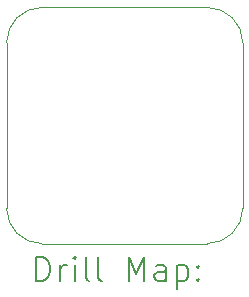
<source format=gbr>
%TF.GenerationSoftware,KiCad,Pcbnew,(6.0.11-0)*%
%TF.CreationDate,2025-05-12T21:51:01-06:00*%
%TF.ProjectId,LightSensorPCB,4c696768-7453-4656-9e73-6f725043422e,rev?*%
%TF.SameCoordinates,Original*%
%TF.FileFunction,Drillmap*%
%TF.FilePolarity,Positive*%
%FSLAX45Y45*%
G04 Gerber Fmt 4.5, Leading zero omitted, Abs format (unit mm)*
G04 Created by KiCad (PCBNEW (6.0.11-0)) date 2025-05-12 21:51:01*
%MOMM*%
%LPD*%
G01*
G04 APERTURE LIST*
%ADD10C,0.100000*%
%ADD11C,0.200000*%
G04 APERTURE END LIST*
D10*
X10300000Y-12000000D02*
X11700000Y-12000000D01*
X10300000Y-10000000D02*
G75*
G03*
X10000000Y-10300000I0J-300000D01*
G01*
X10000000Y-10300000D02*
X10000000Y-11700000D01*
X12000000Y-11700000D02*
X12000000Y-10300000D01*
X10000000Y-11700000D02*
G75*
G03*
X10300000Y-12000000I300000J0D01*
G01*
X11700000Y-10000000D02*
X10300000Y-10000000D01*
X12000000Y-10300000D02*
G75*
G03*
X11700000Y-10000000I-300000J0D01*
G01*
X11700000Y-12000000D02*
G75*
G03*
X12000000Y-11700000I0J300000D01*
G01*
D11*
X10252619Y-12315476D02*
X10252619Y-12115476D01*
X10300238Y-12115476D01*
X10328810Y-12125000D01*
X10347857Y-12144048D01*
X10357381Y-12163095D01*
X10366905Y-12201190D01*
X10366905Y-12229762D01*
X10357381Y-12267857D01*
X10347857Y-12286905D01*
X10328810Y-12305952D01*
X10300238Y-12315476D01*
X10252619Y-12315476D01*
X10452619Y-12315476D02*
X10452619Y-12182143D01*
X10452619Y-12220238D02*
X10462143Y-12201190D01*
X10471667Y-12191667D01*
X10490714Y-12182143D01*
X10509762Y-12182143D01*
X10576429Y-12315476D02*
X10576429Y-12182143D01*
X10576429Y-12115476D02*
X10566905Y-12125000D01*
X10576429Y-12134524D01*
X10585952Y-12125000D01*
X10576429Y-12115476D01*
X10576429Y-12134524D01*
X10700238Y-12315476D02*
X10681190Y-12305952D01*
X10671667Y-12286905D01*
X10671667Y-12115476D01*
X10805000Y-12315476D02*
X10785952Y-12305952D01*
X10776429Y-12286905D01*
X10776429Y-12115476D01*
X11033571Y-12315476D02*
X11033571Y-12115476D01*
X11100238Y-12258333D01*
X11166905Y-12115476D01*
X11166905Y-12315476D01*
X11347857Y-12315476D02*
X11347857Y-12210714D01*
X11338333Y-12191667D01*
X11319286Y-12182143D01*
X11281190Y-12182143D01*
X11262143Y-12191667D01*
X11347857Y-12305952D02*
X11328809Y-12315476D01*
X11281190Y-12315476D01*
X11262143Y-12305952D01*
X11252619Y-12286905D01*
X11252619Y-12267857D01*
X11262143Y-12248809D01*
X11281190Y-12239286D01*
X11328809Y-12239286D01*
X11347857Y-12229762D01*
X11443095Y-12182143D02*
X11443095Y-12382143D01*
X11443095Y-12191667D02*
X11462143Y-12182143D01*
X11500238Y-12182143D01*
X11519286Y-12191667D01*
X11528809Y-12201190D01*
X11538333Y-12220238D01*
X11538333Y-12277381D01*
X11528809Y-12296428D01*
X11519286Y-12305952D01*
X11500238Y-12315476D01*
X11462143Y-12315476D01*
X11443095Y-12305952D01*
X11624048Y-12296428D02*
X11633571Y-12305952D01*
X11624048Y-12315476D01*
X11614524Y-12305952D01*
X11624048Y-12296428D01*
X11624048Y-12315476D01*
X11624048Y-12191667D02*
X11633571Y-12201190D01*
X11624048Y-12210714D01*
X11614524Y-12201190D01*
X11624048Y-12191667D01*
X11624048Y-12210714D01*
M02*

</source>
